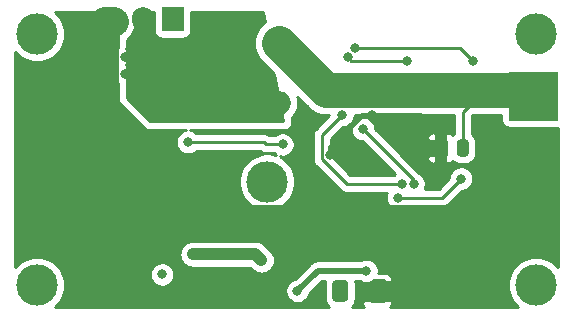
<source format=gbr>
%TF.GenerationSoftware,KiCad,Pcbnew,(5.1.9)-1*%
%TF.CreationDate,2021-04-21T23:55:58+08:00*%
%TF.ProjectId,xhp70-driver,78687037-302d-4647-9269-7665722e6b69,rev?*%
%TF.SameCoordinates,Original*%
%TF.FileFunction,Copper,L2,Bot*%
%TF.FilePolarity,Positive*%
%FSLAX46Y46*%
G04 Gerber Fmt 4.6, Leading zero omitted, Abs format (unit mm)*
G04 Created by KiCad (PCBNEW (5.1.9)-1) date 2021-04-21 23:55:58*
%MOMM*%
%LPD*%
G01*
G04 APERTURE LIST*
%TA.AperFunction,NonConductor*%
%ADD10C,0.100000*%
%TD*%
%TA.AperFunction,ComponentPad*%
%ADD11C,3.500000*%
%TD*%
%TA.AperFunction,ComponentPad*%
%ADD12O,1.905000X2.000000*%
%TD*%
%TA.AperFunction,ComponentPad*%
%ADD13R,1.905000X2.000000*%
%TD*%
%TA.AperFunction,ComponentPad*%
%ADD14O,2.000000X2.000000*%
%TD*%
%TA.AperFunction,ComponentPad*%
%ADD15R,2.000000X2.000000*%
%TD*%
%TA.AperFunction,ViaPad*%
%ADD16C,0.800000*%
%TD*%
%TA.AperFunction,Conductor*%
%ADD17C,3.000000*%
%TD*%
%TA.AperFunction,Conductor*%
%ADD18C,0.400000*%
%TD*%
%TA.AperFunction,Conductor*%
%ADD19C,2.500000*%
%TD*%
%TA.AperFunction,Conductor*%
%ADD20C,0.500000*%
%TD*%
%TA.AperFunction,Conductor*%
%ADD21C,2.000000*%
%TD*%
%TA.AperFunction,Conductor*%
%ADD22C,0.250000*%
%TD*%
%TA.AperFunction,Conductor*%
%ADD23C,1.000000*%
%TD*%
%TA.AperFunction,Conductor*%
%ADD24C,0.254000*%
%TD*%
%TA.AperFunction,Conductor*%
%ADD25C,0.100000*%
%TD*%
G04 APERTURE END LIST*
D10*
G36*
X158500000Y-60500000D02*
G01*
X154500000Y-60500000D01*
X154500000Y-56500000D01*
X158500000Y-56500000D01*
X158500000Y-60500000D01*
G37*
X158500000Y-60500000D02*
X154500000Y-60500000D01*
X154500000Y-56500000D01*
X158500000Y-56500000D01*
X158500000Y-60500000D01*
%TO.P,C7,2*%
%TO.N,GND*%
%TA.AperFunction,SMDPad,CuDef*%
G36*
G01*
X149150000Y-62425000D02*
X149150000Y-63375000D01*
G75*
G02*
X148900000Y-63625000I-250000J0D01*
G01*
X148400000Y-63625000D01*
G75*
G02*
X148150000Y-63375000I0J250000D01*
G01*
X148150000Y-62425000D01*
G75*
G02*
X148400000Y-62175000I250000J0D01*
G01*
X148900000Y-62175000D01*
G75*
G02*
X149150000Y-62425000I0J-250000D01*
G01*
G37*
%TD.AperFunction*%
%TO.P,C7,1*%
%TO.N,Batt+*%
%TA.AperFunction,SMDPad,CuDef*%
G36*
G01*
X151050000Y-62425000D02*
X151050000Y-63375000D01*
G75*
G02*
X150800000Y-63625000I-250000J0D01*
G01*
X150300000Y-63625000D01*
G75*
G02*
X150050000Y-63375000I0J250000D01*
G01*
X150050000Y-62425000D01*
G75*
G02*
X150300000Y-62175000I250000J0D01*
G01*
X150800000Y-62175000D01*
G75*
G02*
X151050000Y-62425000I0J-250000D01*
G01*
G37*
%TD.AperFunction*%
%TD*%
D11*
%TO.P,H3,1*%
%TO.N,N/C*%
X156750000Y-74500000D03*
%TD*%
D12*
%TO.P,Q1,3*%
%TO.N,GND*%
X120920000Y-52000000D03*
%TO.P,Q1,2*%
%TO.N,Net-(D1-Pad2)*%
X123460000Y-52000000D03*
D13*
%TO.P,Q1,1*%
%TO.N,Net-(Q1-Pad1)*%
X126000000Y-52000000D03*
%TD*%
D14*
%TO.P,D1,2*%
%TO.N,Net-(D1-Pad2)*%
X135000000Y-59080000D03*
D15*
%TO.P,D1,1*%
%TO.N,Batt+*%
X135000000Y-54000000D03*
%TD*%
%TO.P,C1,2*%
%TO.N,GND*%
%TA.AperFunction,SMDPad,CuDef*%
G36*
G01*
X142650000Y-75650003D02*
X142650000Y-74349997D01*
G75*
G02*
X142899997Y-74100000I249997J0D01*
G01*
X143725003Y-74100000D01*
G75*
G02*
X143975000Y-74349997I0J-249997D01*
G01*
X143975000Y-75650003D01*
G75*
G02*
X143725003Y-75900000I-249997J0D01*
G01*
X142899997Y-75900000D01*
G75*
G02*
X142650000Y-75650003I0J249997D01*
G01*
G37*
%TD.AperFunction*%
%TO.P,C1,1*%
%TO.N,Batt+*%
%TA.AperFunction,SMDPad,CuDef*%
G36*
G01*
X139525000Y-75650003D02*
X139525000Y-74349997D01*
G75*
G02*
X139774997Y-74100000I249997J0D01*
G01*
X140600003Y-74100000D01*
G75*
G02*
X140850000Y-74349997I0J-249997D01*
G01*
X140850000Y-75650003D01*
G75*
G02*
X140600003Y-75900000I-249997J0D01*
G01*
X139774997Y-75900000D01*
G75*
G02*
X139525000Y-75650003I0J249997D01*
G01*
G37*
%TD.AperFunction*%
%TD*%
D11*
%TO.P,H1,1*%
%TO.N,N/C*%
X114500000Y-53250000D03*
%TD*%
%TO.P,H5,1*%
%TO.N,N/C*%
X134000000Y-65750000D03*
%TD*%
%TO.P,H4,1*%
%TO.N,N/C*%
X156750000Y-53250000D03*
%TD*%
%TO.P,H2,1*%
%TO.N,N/C*%
X114500000Y-74500000D03*
%TD*%
D16*
%TO.N,Net-(D1-Pad2)*%
X122000000Y-55200000D03*
X122800000Y-55200000D03*
X123600000Y-55200000D03*
X124400000Y-55200000D03*
X125200000Y-55200000D03*
X126000000Y-55200000D03*
X126800000Y-55200000D03*
X126400000Y-54500000D03*
X125600000Y-54500000D03*
X124800000Y-54500000D03*
X124000000Y-54500000D03*
X123200000Y-54500000D03*
X122400000Y-54500000D03*
%TO.N,GND*%
X137000000Y-72700000D03*
X158000000Y-63500000D03*
X157000000Y-63500000D03*
X156000000Y-63500000D03*
X155000000Y-63500000D03*
X155000000Y-64500000D03*
X156000000Y-64500000D03*
X157000000Y-64500000D03*
X158000000Y-64500000D03*
X156000000Y-66500000D03*
X157000000Y-66500000D03*
X158000000Y-66500000D03*
X155000000Y-66500000D03*
X155000000Y-65500000D03*
X156000000Y-65500000D03*
X158000000Y-65500000D03*
X157000000Y-65500000D03*
X147750000Y-72425000D03*
X140900000Y-68000000D03*
X141700000Y-68000000D03*
X142500000Y-68000000D03*
X143300000Y-68000000D03*
X140900000Y-68800000D03*
X141700000Y-68800000D03*
X142500000Y-68800000D03*
X143300000Y-68800000D03*
X143300000Y-69600000D03*
X142500000Y-69600000D03*
X141700000Y-69600000D03*
X140900000Y-69600000D03*
X140900000Y-70400000D03*
X141700000Y-70400000D03*
X142500000Y-70400000D03*
X143300000Y-70400000D03*
X139350000Y-63500000D03*
X142838803Y-60100000D03*
X146375000Y-63500000D03*
X151000000Y-70500000D03*
X143312500Y-75000000D03*
X148650000Y-60600000D03*
%TO.N,Net-(C3-Pad2)*%
X125100000Y-73600000D03*
X142400000Y-73300000D03*
X136562500Y-75000000D03*
X136562500Y-75000000D03*
%TO.N,Net-(Q1-Pad1)*%
X127300000Y-62400000D03*
%TO.N,Net-(D1-Pad2)*%
X125200000Y-56600000D03*
X124400000Y-56600000D03*
X122800000Y-56600000D03*
X123600000Y-56600000D03*
X123200000Y-55900000D03*
X124000000Y-55900000D03*
X125600000Y-55900000D03*
X124800000Y-55900000D03*
X126400000Y-55900000D03*
X126800000Y-56600000D03*
X126000000Y-56600000D03*
X122400000Y-55900000D03*
X122000000Y-56600000D03*
%TO.N,Net-(Q1-Pad1)*%
X135300000Y-62600000D03*
%TO.N,Batt+*%
X158000000Y-59000000D03*
X158000000Y-60000000D03*
X157000000Y-60000000D03*
X157000000Y-59000000D03*
X156000000Y-59000000D03*
X156000000Y-60000000D03*
X155000000Y-60000000D03*
X155000000Y-59000000D03*
X155000000Y-58000000D03*
X156000000Y-58000000D03*
X157000000Y-58000000D03*
X158000000Y-58000000D03*
X158000000Y-57000000D03*
X157000000Y-57000000D03*
X156000000Y-57000000D03*
X155000000Y-57000000D03*
X144000000Y-58000000D03*
X140193750Y-74993750D03*
X147700000Y-58000000D03*
%TO.N,PWM*%
X142100000Y-61300000D03*
X146387347Y-65912653D03*
%TO.N,Net-(C3-Pad1)*%
X133500000Y-72400000D03*
X127700000Y-71900000D03*
%TO.N,+5V*%
X145800000Y-55500000D03*
X140800000Y-55200000D03*
X145068094Y-67100001D03*
X150425000Y-65500000D03*
%TO.N,NTC*%
X145388060Y-65950451D03*
X140365000Y-60100000D03*
%TO.N,EC_B*%
X141440186Y-54431777D03*
X151400000Y-55500000D03*
%TD*%
D17*
%TO.N,GND*%
X129662002Y-69200001D02*
X120147489Y-59685488D01*
X155000000Y-64500000D02*
X150299999Y-69200001D01*
D18*
X137000000Y-69700002D02*
X137500001Y-69200001D01*
X137000000Y-72700000D02*
X137000000Y-69700002D01*
D17*
X137500001Y-69200001D02*
X129662002Y-69200001D01*
D18*
X145175000Y-75000000D02*
X147750000Y-72425000D01*
X143312500Y-75000000D02*
X143312500Y-75000000D01*
X147750000Y-70550000D02*
X149099999Y-69200001D01*
X147750000Y-72425000D02*
X147750000Y-70550000D01*
D17*
X150299999Y-69200001D02*
X149099999Y-69200001D01*
X149099999Y-69200001D02*
X145300001Y-69200001D01*
X145300001Y-69200001D02*
X137500001Y-69200001D01*
D18*
X139350000Y-62775000D02*
X142025000Y-60100000D01*
X142025000Y-60100000D02*
X142838803Y-60100000D01*
X139350000Y-63500000D02*
X139350000Y-62775000D01*
X142838803Y-60100000D02*
X146950000Y-60100000D01*
X146950000Y-62925000D02*
X146375000Y-63500000D01*
X146950000Y-60100000D02*
X146950000Y-62925000D01*
X143312500Y-75000000D02*
X145175000Y-75000000D01*
X147450000Y-60600000D02*
X146950000Y-60100000D01*
X148650000Y-60600000D02*
X147450000Y-60600000D01*
X148650000Y-62900000D02*
X148650000Y-60600000D01*
D19*
X120147489Y-52352511D02*
X120274990Y-52225010D01*
X120147489Y-59685488D02*
X120147489Y-52352511D01*
X120274990Y-52225010D02*
X121000000Y-52225010D01*
D20*
%TO.N,Net-(C3-Pad2)*%
X138262500Y-73300000D02*
X136562500Y-75000000D01*
X142400000Y-73300000D02*
X138262500Y-73300000D01*
D21*
%TO.N,Net-(D1-Pad2)*%
X123450000Y-56810608D02*
X123450000Y-56810608D01*
X123450000Y-58360001D02*
X123450000Y-57250000D01*
X135000000Y-59080000D02*
X124067498Y-59080000D01*
X123993749Y-59006251D02*
X123347499Y-58360001D01*
X123450000Y-56810608D02*
X123450000Y-56931824D01*
D22*
%TO.N,Net-(Q1-Pad1)*%
X133921002Y-62600000D02*
X135300000Y-62600000D01*
X133721002Y-62400000D02*
X133921002Y-62600000D01*
X127300000Y-62400000D02*
X133721002Y-62400000D01*
D17*
%TO.N,Batt+*%
X139000000Y-58000000D02*
X135000000Y-54000000D01*
X144000000Y-58000000D02*
X139000000Y-58000000D01*
D22*
X150550000Y-59850000D02*
X152400000Y-58000000D01*
D17*
X155000000Y-58000000D02*
X152400000Y-58000000D01*
D22*
X150550000Y-62900000D02*
X150550000Y-60250000D01*
X150550000Y-60250000D02*
X150550000Y-59850000D01*
X150550000Y-60600000D02*
X150550000Y-60250000D01*
D17*
X147700000Y-58000000D02*
X144000000Y-58000000D01*
X152400000Y-58000000D02*
X147700000Y-58000000D01*
D22*
%TO.N,PWM*%
X146387347Y-65587347D02*
X146387347Y-65912653D01*
X142100000Y-61300000D02*
X146387347Y-65587347D01*
D23*
%TO.N,Net-(C3-Pad1)*%
X133000000Y-71900000D02*
X127700000Y-71900000D01*
X133500000Y-72400000D02*
X133000000Y-71900000D01*
D22*
%TO.N,+5V*%
X141100000Y-55500000D02*
X140800000Y-55200000D01*
X145800000Y-55500000D02*
X141100000Y-55500000D01*
X148824999Y-67100001D02*
X150425000Y-65500000D01*
X145068094Y-67100001D02*
X148824999Y-67100001D01*
%TO.N,NTC*%
X138624999Y-63848001D02*
X138624999Y-61840001D01*
X140727449Y-65950451D02*
X138624999Y-63848001D01*
X138624999Y-61840001D02*
X140365000Y-60100000D01*
X145388060Y-65950451D02*
X140727449Y-65950451D01*
%TO.N,EC_B*%
X141440186Y-54431777D02*
X150331777Y-54431777D01*
X150331777Y-54431777D02*
X151400000Y-55500000D01*
%TD*%
D24*
%TO.N,Net-(D1-Pad2)*%
X124409428Y-53000000D02*
X124421688Y-53124482D01*
X124457998Y-53244180D01*
X124516963Y-53354494D01*
X124596315Y-53451185D01*
X124693006Y-53530537D01*
X124803320Y-53589502D01*
X124923018Y-53625812D01*
X125047500Y-53638072D01*
X126952500Y-53638072D01*
X127076982Y-53625812D01*
X127196680Y-53589502D01*
X127306994Y-53530537D01*
X127403685Y-53451185D01*
X127483037Y-53354494D01*
X127542002Y-53244180D01*
X127578312Y-53124482D01*
X127590572Y-53000000D01*
X127590572Y-51410000D01*
X133633146Y-51410000D01*
X133786449Y-52234008D01*
X133483023Y-52483023D01*
X133216224Y-52808119D01*
X133017975Y-53179018D01*
X132895893Y-53581467D01*
X132854671Y-54000000D01*
X132895893Y-54418533D01*
X133017975Y-54820982D01*
X133216224Y-55191881D01*
X133416165Y-55435510D01*
X134602858Y-56622203D01*
X135347192Y-60623000D01*
X124104346Y-60623000D01*
X122127000Y-58645654D01*
X122127000Y-53738622D01*
X122339345Y-53564355D01*
X122574903Y-53277327D01*
X122749939Y-52949858D01*
X122857725Y-52594534D01*
X122894120Y-52225010D01*
X122857725Y-51855486D01*
X122749939Y-51500162D01*
X122701746Y-51410000D01*
X124409428Y-51410000D01*
X124409428Y-53000000D01*
%TA.AperFunction,Conductor*%
D25*
G36*
X124409428Y-53000000D02*
G01*
X124421688Y-53124482D01*
X124457998Y-53244180D01*
X124516963Y-53354494D01*
X124596315Y-53451185D01*
X124693006Y-53530537D01*
X124803320Y-53589502D01*
X124923018Y-53625812D01*
X125047500Y-53638072D01*
X126952500Y-53638072D01*
X127076982Y-53625812D01*
X127196680Y-53589502D01*
X127306994Y-53530537D01*
X127403685Y-53451185D01*
X127483037Y-53354494D01*
X127542002Y-53244180D01*
X127578312Y-53124482D01*
X127590572Y-53000000D01*
X127590572Y-51410000D01*
X133633146Y-51410000D01*
X133786449Y-52234008D01*
X133483023Y-52483023D01*
X133216224Y-52808119D01*
X133017975Y-53179018D01*
X132895893Y-53581467D01*
X132854671Y-54000000D01*
X132895893Y-54418533D01*
X133017975Y-54820982D01*
X133216224Y-55191881D01*
X133416165Y-55435510D01*
X134602858Y-56622203D01*
X135347192Y-60623000D01*
X124104346Y-60623000D01*
X122127000Y-58645654D01*
X122127000Y-53738622D01*
X122339345Y-53564355D01*
X122574903Y-53277327D01*
X122749939Y-52949858D01*
X122857725Y-52594534D01*
X122894120Y-52225010D01*
X122857725Y-51855486D01*
X122749939Y-51500162D01*
X122701746Y-51410000D01*
X124409428Y-51410000D01*
X124409428Y-53000000D01*
G37*
%TD.AperFunction*%
%TD*%
D24*
%TO.N,GND*%
X121365000Y-54379510D02*
X121340226Y-54396063D01*
X121196063Y-54540226D01*
X121082795Y-54709744D01*
X121004774Y-54898102D01*
X120965000Y-55098061D01*
X120965000Y-55301939D01*
X121004774Y-55501898D01*
X121082795Y-55690256D01*
X121196063Y-55859774D01*
X121236289Y-55900000D01*
X121196063Y-55940226D01*
X121082795Y-56109744D01*
X121004774Y-56298102D01*
X120965000Y-56498061D01*
X120965000Y-56701939D01*
X121004774Y-56901898D01*
X121082795Y-57090256D01*
X121196063Y-57259774D01*
X121340226Y-57403937D01*
X121365000Y-57420490D01*
X121365000Y-60750000D01*
X121377201Y-60873882D01*
X121413336Y-60993004D01*
X121472017Y-61102787D01*
X121550987Y-61199013D01*
X121647213Y-61277983D01*
X121756996Y-61336664D01*
X121876118Y-61372799D01*
X122000000Y-61385000D01*
X127097513Y-61385000D01*
X126998102Y-61404774D01*
X126809744Y-61482795D01*
X126640226Y-61596063D01*
X126496063Y-61740226D01*
X126382795Y-61909744D01*
X126304774Y-62098102D01*
X126265000Y-62298061D01*
X126265000Y-62501939D01*
X126304774Y-62701898D01*
X126382795Y-62890256D01*
X126496063Y-63059774D01*
X126640226Y-63203937D01*
X126809744Y-63317205D01*
X126998102Y-63395226D01*
X127198061Y-63435000D01*
X127401939Y-63435000D01*
X127601898Y-63395226D01*
X127790256Y-63317205D01*
X127959774Y-63203937D01*
X128003711Y-63160000D01*
X133405370Y-63160000D01*
X133496726Y-63234974D01*
X133628755Y-63305546D01*
X133772016Y-63349003D01*
X133883669Y-63360000D01*
X133883677Y-63360000D01*
X133921002Y-63363676D01*
X133958327Y-63360000D01*
X134596289Y-63360000D01*
X134640226Y-63403937D01*
X134757359Y-63482203D01*
X134695679Y-63456654D01*
X134234902Y-63365000D01*
X133765098Y-63365000D01*
X133304321Y-63456654D01*
X132870279Y-63636440D01*
X132479651Y-63897450D01*
X132147450Y-64229651D01*
X131886440Y-64620279D01*
X131706654Y-65054321D01*
X131615000Y-65515098D01*
X131615000Y-65984902D01*
X131706654Y-66445679D01*
X131886440Y-66879721D01*
X132147450Y-67270349D01*
X132479651Y-67602550D01*
X132870279Y-67863560D01*
X133304321Y-68043346D01*
X133765098Y-68135000D01*
X134234902Y-68135000D01*
X134695679Y-68043346D01*
X135129721Y-67863560D01*
X135520349Y-67602550D01*
X135852550Y-67270349D01*
X136113560Y-66879721D01*
X136293346Y-66445679D01*
X136385000Y-65984902D01*
X136385000Y-65515098D01*
X136293346Y-65054321D01*
X136113560Y-64620279D01*
X135852550Y-64229651D01*
X135520349Y-63897450D01*
X135129721Y-63636440D01*
X135059896Y-63607517D01*
X135198061Y-63635000D01*
X135401939Y-63635000D01*
X135601898Y-63595226D01*
X135790256Y-63517205D01*
X135959774Y-63403937D01*
X136103937Y-63259774D01*
X136217205Y-63090256D01*
X136295226Y-62901898D01*
X136335000Y-62701939D01*
X136335000Y-62498061D01*
X136295226Y-62298102D01*
X136217205Y-62109744D01*
X136103937Y-61940226D01*
X135959774Y-61796063D01*
X135790256Y-61682795D01*
X135601898Y-61604774D01*
X135401939Y-61565000D01*
X135198061Y-61565000D01*
X134998102Y-61604774D01*
X134809744Y-61682795D01*
X134640226Y-61796063D01*
X134596289Y-61840000D01*
X134236634Y-61840000D01*
X134145278Y-61765026D01*
X134013249Y-61694454D01*
X133869988Y-61650997D01*
X133758335Y-61640000D01*
X133758324Y-61640000D01*
X133721002Y-61636324D01*
X133683680Y-61640000D01*
X128003711Y-61640000D01*
X127959774Y-61596063D01*
X127790256Y-61482795D01*
X127601898Y-61404774D01*
X127502487Y-61385000D01*
X135500000Y-61385000D01*
X135616147Y-61374288D01*
X135735707Y-61339633D01*
X135846210Y-61282319D01*
X135943408Y-61204549D01*
X136023566Y-61109310D01*
X136083604Y-61000263D01*
X136121214Y-60881599D01*
X136134951Y-60757878D01*
X136124288Y-60633853D01*
X136066892Y-60325347D01*
X136099319Y-60292920D01*
X136161714Y-60241714D01*
X136212920Y-60179319D01*
X136269987Y-60122252D01*
X136314826Y-60055146D01*
X136366031Y-59992752D01*
X136404079Y-59921569D01*
X136448918Y-59854463D01*
X136479804Y-59779898D01*
X136517852Y-59708715D01*
X136541281Y-59631479D01*
X136572168Y-59556912D01*
X136587914Y-59477751D01*
X136611343Y-59400516D01*
X136619254Y-59320193D01*
X136635000Y-59241033D01*
X136635000Y-59160322D01*
X136642911Y-59080000D01*
X136635000Y-58999678D01*
X136635000Y-58918967D01*
X136619254Y-58839807D01*
X136611343Y-58759484D01*
X136587914Y-58682249D01*
X136572168Y-58603088D01*
X136563984Y-58583329D01*
X137416167Y-59435513D01*
X137483023Y-59516977D01*
X137564487Y-59583833D01*
X137564489Y-59583835D01*
X137657021Y-59659774D01*
X137808119Y-59783777D01*
X138179018Y-59982026D01*
X138581467Y-60104108D01*
X138895118Y-60135000D01*
X138895127Y-60135000D01*
X138999999Y-60145329D01*
X139104871Y-60135000D01*
X139255198Y-60135000D01*
X138113997Y-61276202D01*
X138084999Y-61300000D01*
X138061201Y-61328998D01*
X138061200Y-61328999D01*
X137990025Y-61415725D01*
X137919453Y-61547755D01*
X137904800Y-61596063D01*
X137875997Y-61691015D01*
X137865651Y-61796063D01*
X137861323Y-61840001D01*
X137865000Y-61877333D01*
X137864999Y-63810678D01*
X137861323Y-63848001D01*
X137864999Y-63885323D01*
X137864999Y-63885333D01*
X137875996Y-63996986D01*
X137897921Y-64069263D01*
X137919453Y-64140247D01*
X137990025Y-64272277D01*
X138029870Y-64320827D01*
X138084998Y-64388002D01*
X138114002Y-64411805D01*
X140163650Y-66461454D01*
X140187448Y-66490452D01*
X140303173Y-66585425D01*
X140435202Y-66655997D01*
X140578463Y-66699454D01*
X140690116Y-66710451D01*
X140690125Y-66710451D01*
X140727448Y-66714127D01*
X140764771Y-66710451D01*
X144109175Y-66710451D01*
X144072868Y-66798103D01*
X144033094Y-66998062D01*
X144033094Y-67201940D01*
X144072868Y-67401899D01*
X144150889Y-67590257D01*
X144264157Y-67759775D01*
X144408320Y-67903938D01*
X144577838Y-68017206D01*
X144766196Y-68095227D01*
X144966155Y-68135001D01*
X145170033Y-68135001D01*
X145369992Y-68095227D01*
X145558350Y-68017206D01*
X145727868Y-67903938D01*
X145771805Y-67860001D01*
X148787677Y-67860001D01*
X148824999Y-67863677D01*
X148862321Y-67860001D01*
X148862332Y-67860001D01*
X148973985Y-67849004D01*
X149117246Y-67805547D01*
X149249275Y-67734975D01*
X149365000Y-67640002D01*
X149388803Y-67610998D01*
X150464802Y-66535000D01*
X150526939Y-66535000D01*
X150726898Y-66495226D01*
X150915256Y-66417205D01*
X151084774Y-66303937D01*
X151228937Y-66159774D01*
X151342205Y-65990256D01*
X151420226Y-65801898D01*
X151460000Y-65601939D01*
X151460000Y-65398061D01*
X151420226Y-65198102D01*
X151342205Y-65009744D01*
X151228937Y-64840226D01*
X151084774Y-64696063D01*
X150915256Y-64582795D01*
X150726898Y-64504774D01*
X150526939Y-64465000D01*
X150323061Y-64465000D01*
X150123102Y-64504774D01*
X149934744Y-64582795D01*
X149765226Y-64696063D01*
X149621063Y-64840226D01*
X149507795Y-65009744D01*
X149429774Y-65198102D01*
X149390000Y-65398061D01*
X149390000Y-65460198D01*
X148510198Y-66340001D01*
X147330610Y-66340001D01*
X147382573Y-66214551D01*
X147422347Y-66014592D01*
X147422347Y-65810714D01*
X147382573Y-65610755D01*
X147304552Y-65422397D01*
X147191284Y-65252879D01*
X147047121Y-65108716D01*
X146877603Y-64995448D01*
X146865051Y-64990249D01*
X145531552Y-63656750D01*
X147515000Y-63656750D01*
X147522366Y-63739939D01*
X147556849Y-63860175D01*
X147614126Y-63971375D01*
X147691997Y-64069263D01*
X147787469Y-64150078D01*
X147896873Y-64210715D01*
X148016004Y-64248844D01*
X148118250Y-64260000D01*
X148277000Y-64101250D01*
X148277000Y-63498000D01*
X147673750Y-63498000D01*
X147515000Y-63656750D01*
X145531552Y-63656750D01*
X144018052Y-62143250D01*
X147515000Y-62143250D01*
X147673750Y-62302000D01*
X148277000Y-62302000D01*
X148277000Y-61698750D01*
X148118250Y-61540000D01*
X148016004Y-61551156D01*
X147896873Y-61589285D01*
X147787469Y-61649922D01*
X147691997Y-61730737D01*
X147614126Y-61828625D01*
X147556849Y-61939825D01*
X147522366Y-62060061D01*
X147515000Y-62143250D01*
X144018052Y-62143250D01*
X143135000Y-61260199D01*
X143135000Y-61198061D01*
X143095226Y-60998102D01*
X143017205Y-60809744D01*
X142903937Y-60640226D01*
X142759774Y-60496063D01*
X142590256Y-60382795D01*
X142401898Y-60304774D01*
X142201939Y-60265000D01*
X141998061Y-60265000D01*
X141798102Y-60304774D01*
X141609744Y-60382795D01*
X141440226Y-60496063D01*
X141296063Y-60640226D01*
X141182795Y-60809744D01*
X141104774Y-60998102D01*
X141065000Y-61198061D01*
X141065000Y-61401939D01*
X141104774Y-61601898D01*
X141182795Y-61790256D01*
X141296063Y-61959774D01*
X141440226Y-62103937D01*
X141609744Y-62217205D01*
X141798102Y-62295226D01*
X141998061Y-62335000D01*
X142060199Y-62335000D01*
X144814264Y-65089066D01*
X144728286Y-65146514D01*
X144684349Y-65190451D01*
X141042251Y-65190451D01*
X139384999Y-63533200D01*
X139384999Y-62154802D01*
X140404802Y-61135000D01*
X140466939Y-61135000D01*
X140666898Y-61095226D01*
X140855256Y-61017205D01*
X141024774Y-60903937D01*
X141168937Y-60759774D01*
X141282205Y-60590256D01*
X141360226Y-60401898D01*
X141400000Y-60201939D01*
X141400000Y-60135000D01*
X149790000Y-60135000D01*
X149790000Y-60637332D01*
X149790001Y-60637341D01*
X149790000Y-61700229D01*
X149672038Y-61797038D01*
X149666304Y-61804025D01*
X149608003Y-61730737D01*
X149512531Y-61649922D01*
X149403127Y-61589285D01*
X149283996Y-61551156D01*
X149181750Y-61540000D01*
X149023000Y-61698750D01*
X149023000Y-62302000D01*
X149150000Y-62302000D01*
X149150000Y-63498000D01*
X149023000Y-63498000D01*
X149023000Y-64101250D01*
X149181750Y-64260000D01*
X149283996Y-64248844D01*
X149403127Y-64210715D01*
X149512531Y-64150078D01*
X149608003Y-64069263D01*
X149666304Y-63995975D01*
X149672038Y-64002962D01*
X149806614Y-64113405D01*
X149960150Y-64195472D01*
X150126746Y-64246008D01*
X150300000Y-64263072D01*
X150800000Y-64263072D01*
X150973254Y-64246008D01*
X151139850Y-64195472D01*
X151293386Y-64113405D01*
X151427962Y-64002962D01*
X151538405Y-63868386D01*
X151620472Y-63714850D01*
X151671008Y-63548254D01*
X151688072Y-63375000D01*
X151688072Y-62425000D01*
X151671008Y-62251746D01*
X151620472Y-62085150D01*
X151538405Y-61931614D01*
X151427962Y-61797038D01*
X151310000Y-61700230D01*
X151310000Y-60164801D01*
X151339801Y-60135000D01*
X153815000Y-60135000D01*
X153815000Y-60500000D01*
X153821290Y-60564145D01*
X153827133Y-60628356D01*
X153827812Y-60630662D01*
X153828046Y-60633051D01*
X153846666Y-60694723D01*
X153864879Y-60756606D01*
X153865992Y-60758736D01*
X153866686Y-60761033D01*
X153896916Y-60817886D01*
X153926816Y-60875081D01*
X153928323Y-60876955D01*
X153929449Y-60879073D01*
X153970157Y-60928986D01*
X154010586Y-60979269D01*
X154012427Y-60980813D01*
X154013944Y-60982674D01*
X154063616Y-61023766D01*
X154112998Y-61065203D01*
X154115102Y-61066360D01*
X154116953Y-61067891D01*
X154173639Y-61098541D01*
X154230150Y-61129608D01*
X154232442Y-61130335D01*
X154234552Y-61131476D01*
X154296084Y-61150524D01*
X154357580Y-61170031D01*
X154359968Y-61170299D01*
X154362262Y-61171009D01*
X154426366Y-61177746D01*
X154490436Y-61184933D01*
X154495050Y-61184965D01*
X154495218Y-61184983D01*
X154495386Y-61184968D01*
X154500000Y-61185000D01*
X158500000Y-61185000D01*
X158564145Y-61178710D01*
X158594651Y-61175934D01*
X158601576Y-72978677D01*
X158270349Y-72647450D01*
X157879721Y-72386440D01*
X157445679Y-72206654D01*
X156984902Y-72115000D01*
X156515098Y-72115000D01*
X156054321Y-72206654D01*
X155620279Y-72386440D01*
X155229651Y-72647450D01*
X154897450Y-72979651D01*
X154636440Y-73370279D01*
X154456654Y-73804321D01*
X154365000Y-74265098D01*
X154365000Y-74734902D01*
X154456654Y-75195679D01*
X154636440Y-75629721D01*
X154897450Y-76020349D01*
X155217100Y-76339999D01*
X144436236Y-76340000D01*
X144510114Y-76247547D01*
X144567635Y-76136473D01*
X144602381Y-76016312D01*
X144610000Y-75931750D01*
X144451250Y-75773000D01*
X143848000Y-75773000D01*
X143848000Y-75893000D01*
X142777000Y-75893000D01*
X142777000Y-75773000D01*
X142173750Y-75773000D01*
X142015000Y-75931750D01*
X142022619Y-76016312D01*
X142057365Y-76136473D01*
X142114886Y-76247547D01*
X142188764Y-76340000D01*
X141152370Y-76340000D01*
X141227963Y-76277963D01*
X141338405Y-76143388D01*
X141420472Y-75989852D01*
X141471008Y-75823257D01*
X141488072Y-75650003D01*
X141488072Y-74349997D01*
X141471821Y-74185000D01*
X141861546Y-74185000D01*
X141909744Y-74217205D01*
X142098102Y-74295226D01*
X142298061Y-74335000D01*
X142501939Y-74335000D01*
X142701898Y-74295226D01*
X142890256Y-74217205D01*
X143055190Y-74107000D01*
X143848000Y-74107000D01*
X143848000Y-74227000D01*
X144451250Y-74227000D01*
X144610000Y-74068250D01*
X144602381Y-73983688D01*
X144567635Y-73863527D01*
X144510114Y-73752453D01*
X144432029Y-73654736D01*
X144336381Y-73574129D01*
X144226845Y-73513732D01*
X144185502Y-73500600D01*
X144185502Y-73465000D01*
X143422456Y-73465000D01*
X143435000Y-73401939D01*
X143435000Y-73198061D01*
X143395226Y-72998102D01*
X143317205Y-72809744D01*
X143203937Y-72640226D01*
X143059774Y-72496063D01*
X142890256Y-72382795D01*
X142701898Y-72304774D01*
X142501939Y-72265000D01*
X142298061Y-72265000D01*
X142098102Y-72304774D01*
X141909744Y-72382795D01*
X141861546Y-72415000D01*
X138305966Y-72415000D01*
X138262499Y-72410719D01*
X138219033Y-72415000D01*
X138219023Y-72415000D01*
X138089010Y-72427805D01*
X137922187Y-72478411D01*
X137768441Y-72560589D01*
X137768439Y-72560590D01*
X137768440Y-72560590D01*
X137667453Y-72643468D01*
X137667451Y-72643470D01*
X137633683Y-72671183D01*
X137605970Y-72704951D01*
X136317457Y-73993465D01*
X136260602Y-74004774D01*
X136072244Y-74082795D01*
X135902726Y-74196063D01*
X135758563Y-74340226D01*
X135645295Y-74509744D01*
X135567274Y-74698102D01*
X135527500Y-74898061D01*
X135527500Y-75101939D01*
X135567274Y-75301898D01*
X135645295Y-75490256D01*
X135758563Y-75659774D01*
X135902726Y-75803937D01*
X136072244Y-75917205D01*
X136260602Y-75995226D01*
X136460561Y-76035000D01*
X136664439Y-76035000D01*
X136864398Y-75995226D01*
X137052756Y-75917205D01*
X137222274Y-75803937D01*
X137366437Y-75659774D01*
X137479705Y-75490256D01*
X137557726Y-75301898D01*
X137569035Y-75245043D01*
X138629079Y-74185000D01*
X138903179Y-74185000D01*
X138886928Y-74349997D01*
X138886928Y-75650003D01*
X138903992Y-75823257D01*
X138954528Y-75989852D01*
X139036595Y-76143388D01*
X139147037Y-76277963D01*
X139222630Y-76340000D01*
X116032898Y-76340001D01*
X116352550Y-76020349D01*
X116613560Y-75629721D01*
X116793346Y-75195679D01*
X116885000Y-74734902D01*
X116885000Y-74265098D01*
X116793346Y-73804321D01*
X116666490Y-73498061D01*
X124065000Y-73498061D01*
X124065000Y-73701939D01*
X124104774Y-73901898D01*
X124182795Y-74090256D01*
X124296063Y-74259774D01*
X124440226Y-74403937D01*
X124609744Y-74517205D01*
X124798102Y-74595226D01*
X124998061Y-74635000D01*
X125201939Y-74635000D01*
X125401898Y-74595226D01*
X125590256Y-74517205D01*
X125759774Y-74403937D01*
X125903937Y-74259774D01*
X126017205Y-74090256D01*
X126095226Y-73901898D01*
X126135000Y-73701939D01*
X126135000Y-73498061D01*
X126095226Y-73298102D01*
X126017205Y-73109744D01*
X125903937Y-72940226D01*
X125759774Y-72796063D01*
X125590256Y-72682795D01*
X125401898Y-72604774D01*
X125201939Y-72565000D01*
X124998061Y-72565000D01*
X124798102Y-72604774D01*
X124609744Y-72682795D01*
X124440226Y-72796063D01*
X124296063Y-72940226D01*
X124182795Y-73109744D01*
X124104774Y-73298102D01*
X124065000Y-73498061D01*
X116666490Y-73498061D01*
X116613560Y-73370279D01*
X116352550Y-72979651D01*
X116020349Y-72647450D01*
X115629721Y-72386440D01*
X115195679Y-72206654D01*
X114734902Y-72115000D01*
X114265098Y-72115000D01*
X113804321Y-72206654D01*
X113370279Y-72386440D01*
X112979651Y-72647450D01*
X112660000Y-72967101D01*
X112660000Y-71900000D01*
X126559509Y-71900000D01*
X126581423Y-72122499D01*
X126646324Y-72336447D01*
X126751716Y-72533623D01*
X126893551Y-72706449D01*
X127066377Y-72848284D01*
X127263553Y-72953676D01*
X127477501Y-73018577D01*
X127644248Y-73035000D01*
X132529869Y-73035000D01*
X132736857Y-73241988D01*
X132866378Y-73348284D01*
X133063553Y-73453676D01*
X133277501Y-73518577D01*
X133500000Y-73540491D01*
X133722499Y-73518577D01*
X133936446Y-73453676D01*
X134133622Y-73348284D01*
X134306449Y-73206449D01*
X134448284Y-73033622D01*
X134553676Y-72836446D01*
X134618577Y-72622499D01*
X134640491Y-72400000D01*
X134618577Y-72177501D01*
X134553676Y-71963553D01*
X134448284Y-71766378D01*
X134341988Y-71636857D01*
X133841996Y-71136865D01*
X133806449Y-71093551D01*
X133633623Y-70951716D01*
X133436447Y-70846324D01*
X133222499Y-70781423D01*
X133055752Y-70765000D01*
X133055751Y-70765000D01*
X133000000Y-70759509D01*
X132944249Y-70765000D01*
X127644248Y-70765000D01*
X127477501Y-70781423D01*
X127263553Y-70846324D01*
X127066377Y-70951716D01*
X126893551Y-71093551D01*
X126751716Y-71266377D01*
X126646324Y-71463553D01*
X126581423Y-71677501D01*
X126559509Y-71900000D01*
X112660000Y-71900000D01*
X112660000Y-54782899D01*
X112979651Y-55102550D01*
X113370279Y-55363560D01*
X113804321Y-55543346D01*
X114265098Y-55635000D01*
X114734902Y-55635000D01*
X115195679Y-55543346D01*
X115629721Y-55363560D01*
X116020349Y-55102550D01*
X116352550Y-54770349D01*
X116613560Y-54379721D01*
X116793346Y-53945679D01*
X116885000Y-53484902D01*
X116885000Y-53072692D01*
X119724166Y-53072692D01*
X119892540Y-53257658D01*
X120094500Y-53213637D01*
X120094500Y-52873000D01*
X119737263Y-52873000D01*
X119724166Y-53072692D01*
X116885000Y-53072692D01*
X116885000Y-53015098D01*
X116793346Y-52554321D01*
X116613560Y-52120279D01*
X116352550Y-51729651D01*
X116032899Y-51410000D01*
X121365000Y-51410000D01*
X121365000Y-54379510D01*
%TA.AperFunction,Conductor*%
D25*
G36*
X121365000Y-54379510D02*
G01*
X121340226Y-54396063D01*
X121196063Y-54540226D01*
X121082795Y-54709744D01*
X121004774Y-54898102D01*
X120965000Y-55098061D01*
X120965000Y-55301939D01*
X121004774Y-55501898D01*
X121082795Y-55690256D01*
X121196063Y-55859774D01*
X121236289Y-55900000D01*
X121196063Y-55940226D01*
X121082795Y-56109744D01*
X121004774Y-56298102D01*
X120965000Y-56498061D01*
X120965000Y-56701939D01*
X121004774Y-56901898D01*
X121082795Y-57090256D01*
X121196063Y-57259774D01*
X121340226Y-57403937D01*
X121365000Y-57420490D01*
X121365000Y-60750000D01*
X121377201Y-60873882D01*
X121413336Y-60993004D01*
X121472017Y-61102787D01*
X121550987Y-61199013D01*
X121647213Y-61277983D01*
X121756996Y-61336664D01*
X121876118Y-61372799D01*
X122000000Y-61385000D01*
X127097513Y-61385000D01*
X126998102Y-61404774D01*
X126809744Y-61482795D01*
X126640226Y-61596063D01*
X126496063Y-61740226D01*
X126382795Y-61909744D01*
X126304774Y-62098102D01*
X126265000Y-62298061D01*
X126265000Y-62501939D01*
X126304774Y-62701898D01*
X126382795Y-62890256D01*
X126496063Y-63059774D01*
X126640226Y-63203937D01*
X126809744Y-63317205D01*
X126998102Y-63395226D01*
X127198061Y-63435000D01*
X127401939Y-63435000D01*
X127601898Y-63395226D01*
X127790256Y-63317205D01*
X127959774Y-63203937D01*
X128003711Y-63160000D01*
X133405370Y-63160000D01*
X133496726Y-63234974D01*
X133628755Y-63305546D01*
X133772016Y-63349003D01*
X133883669Y-63360000D01*
X133883677Y-63360000D01*
X133921002Y-63363676D01*
X133958327Y-63360000D01*
X134596289Y-63360000D01*
X134640226Y-63403937D01*
X134757359Y-63482203D01*
X134695679Y-63456654D01*
X134234902Y-63365000D01*
X133765098Y-63365000D01*
X133304321Y-63456654D01*
X132870279Y-63636440D01*
X132479651Y-63897450D01*
X132147450Y-64229651D01*
X131886440Y-64620279D01*
X131706654Y-65054321D01*
X131615000Y-65515098D01*
X131615000Y-65984902D01*
X131706654Y-66445679D01*
X131886440Y-66879721D01*
X132147450Y-67270349D01*
X132479651Y-67602550D01*
X132870279Y-67863560D01*
X133304321Y-68043346D01*
X133765098Y-68135000D01*
X134234902Y-68135000D01*
X134695679Y-68043346D01*
X135129721Y-67863560D01*
X135520349Y-67602550D01*
X135852550Y-67270349D01*
X136113560Y-66879721D01*
X136293346Y-66445679D01*
X136385000Y-65984902D01*
X136385000Y-65515098D01*
X136293346Y-65054321D01*
X136113560Y-64620279D01*
X135852550Y-64229651D01*
X135520349Y-63897450D01*
X135129721Y-63636440D01*
X135059896Y-63607517D01*
X135198061Y-63635000D01*
X135401939Y-63635000D01*
X135601898Y-63595226D01*
X135790256Y-63517205D01*
X135959774Y-63403937D01*
X136103937Y-63259774D01*
X136217205Y-63090256D01*
X136295226Y-62901898D01*
X136335000Y-62701939D01*
X136335000Y-62498061D01*
X136295226Y-62298102D01*
X136217205Y-62109744D01*
X136103937Y-61940226D01*
X135959774Y-61796063D01*
X135790256Y-61682795D01*
X135601898Y-61604774D01*
X135401939Y-61565000D01*
X135198061Y-61565000D01*
X134998102Y-61604774D01*
X134809744Y-61682795D01*
X134640226Y-61796063D01*
X134596289Y-61840000D01*
X134236634Y-61840000D01*
X134145278Y-61765026D01*
X134013249Y-61694454D01*
X133869988Y-61650997D01*
X133758335Y-61640000D01*
X133758324Y-61640000D01*
X133721002Y-61636324D01*
X133683680Y-61640000D01*
X128003711Y-61640000D01*
X127959774Y-61596063D01*
X127790256Y-61482795D01*
X127601898Y-61404774D01*
X127502487Y-61385000D01*
X135500000Y-61385000D01*
X135616147Y-61374288D01*
X135735707Y-61339633D01*
X135846210Y-61282319D01*
X135943408Y-61204549D01*
X136023566Y-61109310D01*
X136083604Y-61000263D01*
X136121214Y-60881599D01*
X136134951Y-60757878D01*
X136124288Y-60633853D01*
X136066892Y-60325347D01*
X136099319Y-60292920D01*
X136161714Y-60241714D01*
X136212920Y-60179319D01*
X136269987Y-60122252D01*
X136314826Y-60055146D01*
X136366031Y-59992752D01*
X136404079Y-59921569D01*
X136448918Y-59854463D01*
X136479804Y-59779898D01*
X136517852Y-59708715D01*
X136541281Y-59631479D01*
X136572168Y-59556912D01*
X136587914Y-59477751D01*
X136611343Y-59400516D01*
X136619254Y-59320193D01*
X136635000Y-59241033D01*
X136635000Y-59160322D01*
X136642911Y-59080000D01*
X136635000Y-58999678D01*
X136635000Y-58918967D01*
X136619254Y-58839807D01*
X136611343Y-58759484D01*
X136587914Y-58682249D01*
X136572168Y-58603088D01*
X136563984Y-58583329D01*
X137416167Y-59435513D01*
X137483023Y-59516977D01*
X137564487Y-59583833D01*
X137564489Y-59583835D01*
X137657021Y-59659774D01*
X137808119Y-59783777D01*
X138179018Y-59982026D01*
X138581467Y-60104108D01*
X138895118Y-60135000D01*
X138895127Y-60135000D01*
X138999999Y-60145329D01*
X139104871Y-60135000D01*
X139255198Y-60135000D01*
X138113997Y-61276202D01*
X138084999Y-61300000D01*
X138061201Y-61328998D01*
X138061200Y-61328999D01*
X137990025Y-61415725D01*
X137919453Y-61547755D01*
X137904800Y-61596063D01*
X137875997Y-61691015D01*
X137865651Y-61796063D01*
X137861323Y-61840001D01*
X137865000Y-61877333D01*
X137864999Y-63810678D01*
X137861323Y-63848001D01*
X137864999Y-63885323D01*
X137864999Y-63885333D01*
X137875996Y-63996986D01*
X137897921Y-64069263D01*
X137919453Y-64140247D01*
X137990025Y-64272277D01*
X138029870Y-64320827D01*
X138084998Y-64388002D01*
X138114002Y-64411805D01*
X140163650Y-66461454D01*
X140187448Y-66490452D01*
X140303173Y-66585425D01*
X140435202Y-66655997D01*
X140578463Y-66699454D01*
X140690116Y-66710451D01*
X140690125Y-66710451D01*
X140727448Y-66714127D01*
X140764771Y-66710451D01*
X144109175Y-66710451D01*
X144072868Y-66798103D01*
X144033094Y-66998062D01*
X144033094Y-67201940D01*
X144072868Y-67401899D01*
X144150889Y-67590257D01*
X144264157Y-67759775D01*
X144408320Y-67903938D01*
X144577838Y-68017206D01*
X144766196Y-68095227D01*
X144966155Y-68135001D01*
X145170033Y-68135001D01*
X145369992Y-68095227D01*
X145558350Y-68017206D01*
X145727868Y-67903938D01*
X145771805Y-67860001D01*
X148787677Y-67860001D01*
X148824999Y-67863677D01*
X148862321Y-67860001D01*
X148862332Y-67860001D01*
X148973985Y-67849004D01*
X149117246Y-67805547D01*
X149249275Y-67734975D01*
X149365000Y-67640002D01*
X149388803Y-67610998D01*
X150464802Y-66535000D01*
X150526939Y-66535000D01*
X150726898Y-66495226D01*
X150915256Y-66417205D01*
X151084774Y-66303937D01*
X151228937Y-66159774D01*
X151342205Y-65990256D01*
X151420226Y-65801898D01*
X151460000Y-65601939D01*
X151460000Y-65398061D01*
X151420226Y-65198102D01*
X151342205Y-65009744D01*
X151228937Y-64840226D01*
X151084774Y-64696063D01*
X150915256Y-64582795D01*
X150726898Y-64504774D01*
X150526939Y-64465000D01*
X150323061Y-64465000D01*
X150123102Y-64504774D01*
X149934744Y-64582795D01*
X149765226Y-64696063D01*
X149621063Y-64840226D01*
X149507795Y-65009744D01*
X149429774Y-65198102D01*
X149390000Y-65398061D01*
X149390000Y-65460198D01*
X148510198Y-66340001D01*
X147330610Y-66340001D01*
X147382573Y-66214551D01*
X147422347Y-66014592D01*
X147422347Y-65810714D01*
X147382573Y-65610755D01*
X147304552Y-65422397D01*
X147191284Y-65252879D01*
X147047121Y-65108716D01*
X146877603Y-64995448D01*
X146865051Y-64990249D01*
X145531552Y-63656750D01*
X147515000Y-63656750D01*
X147522366Y-63739939D01*
X147556849Y-63860175D01*
X147614126Y-63971375D01*
X147691997Y-64069263D01*
X147787469Y-64150078D01*
X147896873Y-64210715D01*
X148016004Y-64248844D01*
X148118250Y-64260000D01*
X148277000Y-64101250D01*
X148277000Y-63498000D01*
X147673750Y-63498000D01*
X147515000Y-63656750D01*
X145531552Y-63656750D01*
X144018052Y-62143250D01*
X147515000Y-62143250D01*
X147673750Y-62302000D01*
X148277000Y-62302000D01*
X148277000Y-61698750D01*
X148118250Y-61540000D01*
X148016004Y-61551156D01*
X147896873Y-61589285D01*
X147787469Y-61649922D01*
X147691997Y-61730737D01*
X147614126Y-61828625D01*
X147556849Y-61939825D01*
X147522366Y-62060061D01*
X147515000Y-62143250D01*
X144018052Y-62143250D01*
X143135000Y-61260199D01*
X143135000Y-61198061D01*
X143095226Y-60998102D01*
X143017205Y-60809744D01*
X142903937Y-60640226D01*
X142759774Y-60496063D01*
X142590256Y-60382795D01*
X142401898Y-60304774D01*
X142201939Y-60265000D01*
X141998061Y-60265000D01*
X141798102Y-60304774D01*
X141609744Y-60382795D01*
X141440226Y-60496063D01*
X141296063Y-60640226D01*
X141182795Y-60809744D01*
X141104774Y-60998102D01*
X141065000Y-61198061D01*
X141065000Y-61401939D01*
X141104774Y-61601898D01*
X141182795Y-61790256D01*
X141296063Y-61959774D01*
X141440226Y-62103937D01*
X141609744Y-62217205D01*
X141798102Y-62295226D01*
X141998061Y-62335000D01*
X142060199Y-62335000D01*
X144814264Y-65089066D01*
X144728286Y-65146514D01*
X144684349Y-65190451D01*
X141042251Y-65190451D01*
X139384999Y-63533200D01*
X139384999Y-62154802D01*
X140404802Y-61135000D01*
X140466939Y-61135000D01*
X140666898Y-61095226D01*
X140855256Y-61017205D01*
X141024774Y-60903937D01*
X141168937Y-60759774D01*
X141282205Y-60590256D01*
X141360226Y-60401898D01*
X141400000Y-60201939D01*
X141400000Y-60135000D01*
X149790000Y-60135000D01*
X149790000Y-60637332D01*
X149790001Y-60637341D01*
X149790000Y-61700229D01*
X149672038Y-61797038D01*
X149666304Y-61804025D01*
X149608003Y-61730737D01*
X149512531Y-61649922D01*
X149403127Y-61589285D01*
X149283996Y-61551156D01*
X149181750Y-61540000D01*
X149023000Y-61698750D01*
X149023000Y-62302000D01*
X149150000Y-62302000D01*
X149150000Y-63498000D01*
X149023000Y-63498000D01*
X149023000Y-64101250D01*
X149181750Y-64260000D01*
X149283996Y-64248844D01*
X149403127Y-64210715D01*
X149512531Y-64150078D01*
X149608003Y-64069263D01*
X149666304Y-63995975D01*
X149672038Y-64002962D01*
X149806614Y-64113405D01*
X149960150Y-64195472D01*
X150126746Y-64246008D01*
X150300000Y-64263072D01*
X150800000Y-64263072D01*
X150973254Y-64246008D01*
X151139850Y-64195472D01*
X151293386Y-64113405D01*
X151427962Y-64002962D01*
X151538405Y-63868386D01*
X151620472Y-63714850D01*
X151671008Y-63548254D01*
X151688072Y-63375000D01*
X151688072Y-62425000D01*
X151671008Y-62251746D01*
X151620472Y-62085150D01*
X151538405Y-61931614D01*
X151427962Y-61797038D01*
X151310000Y-61700230D01*
X151310000Y-60164801D01*
X151339801Y-60135000D01*
X153815000Y-60135000D01*
X153815000Y-60500000D01*
X153821290Y-60564145D01*
X153827133Y-60628356D01*
X153827812Y-60630662D01*
X153828046Y-60633051D01*
X153846666Y-60694723D01*
X153864879Y-60756606D01*
X153865992Y-60758736D01*
X153866686Y-60761033D01*
X153896916Y-60817886D01*
X153926816Y-60875081D01*
X153928323Y-60876955D01*
X153929449Y-60879073D01*
X153970157Y-60928986D01*
X154010586Y-60979269D01*
X154012427Y-60980813D01*
X154013944Y-60982674D01*
X154063616Y-61023766D01*
X154112998Y-61065203D01*
X154115102Y-61066360D01*
X154116953Y-61067891D01*
X154173639Y-61098541D01*
X154230150Y-61129608D01*
X154232442Y-61130335D01*
X154234552Y-61131476D01*
X154296084Y-61150524D01*
X154357580Y-61170031D01*
X154359968Y-61170299D01*
X154362262Y-61171009D01*
X154426366Y-61177746D01*
X154490436Y-61184933D01*
X154495050Y-61184965D01*
X154495218Y-61184983D01*
X154495386Y-61184968D01*
X154500000Y-61185000D01*
X158500000Y-61185000D01*
X158564145Y-61178710D01*
X158594651Y-61175934D01*
X158601576Y-72978677D01*
X158270349Y-72647450D01*
X157879721Y-72386440D01*
X157445679Y-72206654D01*
X156984902Y-72115000D01*
X156515098Y-72115000D01*
X156054321Y-72206654D01*
X155620279Y-72386440D01*
X155229651Y-72647450D01*
X154897450Y-72979651D01*
X154636440Y-73370279D01*
X154456654Y-73804321D01*
X154365000Y-74265098D01*
X154365000Y-74734902D01*
X154456654Y-75195679D01*
X154636440Y-75629721D01*
X154897450Y-76020349D01*
X155217100Y-76339999D01*
X144436236Y-76340000D01*
X144510114Y-76247547D01*
X144567635Y-76136473D01*
X144602381Y-76016312D01*
X144610000Y-75931750D01*
X144451250Y-75773000D01*
X143848000Y-75773000D01*
X143848000Y-75893000D01*
X142777000Y-75893000D01*
X142777000Y-75773000D01*
X142173750Y-75773000D01*
X142015000Y-75931750D01*
X142022619Y-76016312D01*
X142057365Y-76136473D01*
X142114886Y-76247547D01*
X142188764Y-76340000D01*
X141152370Y-76340000D01*
X141227963Y-76277963D01*
X141338405Y-76143388D01*
X141420472Y-75989852D01*
X141471008Y-75823257D01*
X141488072Y-75650003D01*
X141488072Y-74349997D01*
X141471821Y-74185000D01*
X141861546Y-74185000D01*
X141909744Y-74217205D01*
X142098102Y-74295226D01*
X142298061Y-74335000D01*
X142501939Y-74335000D01*
X142701898Y-74295226D01*
X142890256Y-74217205D01*
X143055190Y-74107000D01*
X143848000Y-74107000D01*
X143848000Y-74227000D01*
X144451250Y-74227000D01*
X144610000Y-74068250D01*
X144602381Y-73983688D01*
X144567635Y-73863527D01*
X144510114Y-73752453D01*
X144432029Y-73654736D01*
X144336381Y-73574129D01*
X144226845Y-73513732D01*
X144185502Y-73500600D01*
X144185502Y-73465000D01*
X143422456Y-73465000D01*
X143435000Y-73401939D01*
X143435000Y-73198061D01*
X143395226Y-72998102D01*
X143317205Y-72809744D01*
X143203937Y-72640226D01*
X143059774Y-72496063D01*
X142890256Y-72382795D01*
X142701898Y-72304774D01*
X142501939Y-72265000D01*
X142298061Y-72265000D01*
X142098102Y-72304774D01*
X141909744Y-72382795D01*
X141861546Y-72415000D01*
X138305966Y-72415000D01*
X138262499Y-72410719D01*
X138219033Y-72415000D01*
X138219023Y-72415000D01*
X138089010Y-72427805D01*
X137922187Y-72478411D01*
X137768441Y-72560589D01*
X137768439Y-72560590D01*
X137768440Y-72560590D01*
X137667453Y-72643468D01*
X137667451Y-72643470D01*
X137633683Y-72671183D01*
X137605970Y-72704951D01*
X136317457Y-73993465D01*
X136260602Y-74004774D01*
X136072244Y-74082795D01*
X135902726Y-74196063D01*
X135758563Y-74340226D01*
X135645295Y-74509744D01*
X135567274Y-74698102D01*
X135527500Y-74898061D01*
X135527500Y-75101939D01*
X135567274Y-75301898D01*
X135645295Y-75490256D01*
X135758563Y-75659774D01*
X135902726Y-75803937D01*
X136072244Y-75917205D01*
X136260602Y-75995226D01*
X136460561Y-76035000D01*
X136664439Y-76035000D01*
X136864398Y-75995226D01*
X137052756Y-75917205D01*
X137222274Y-75803937D01*
X137366437Y-75659774D01*
X137479705Y-75490256D01*
X137557726Y-75301898D01*
X137569035Y-75245043D01*
X138629079Y-74185000D01*
X138903179Y-74185000D01*
X138886928Y-74349997D01*
X138886928Y-75650003D01*
X138903992Y-75823257D01*
X138954528Y-75989852D01*
X139036595Y-76143388D01*
X139147037Y-76277963D01*
X139222630Y-76340000D01*
X116032898Y-76340001D01*
X116352550Y-76020349D01*
X116613560Y-75629721D01*
X116793346Y-75195679D01*
X116885000Y-74734902D01*
X116885000Y-74265098D01*
X116793346Y-73804321D01*
X116666490Y-73498061D01*
X124065000Y-73498061D01*
X124065000Y-73701939D01*
X124104774Y-73901898D01*
X124182795Y-74090256D01*
X124296063Y-74259774D01*
X124440226Y-74403937D01*
X124609744Y-74517205D01*
X124798102Y-74595226D01*
X124998061Y-74635000D01*
X125201939Y-74635000D01*
X125401898Y-74595226D01*
X125590256Y-74517205D01*
X125759774Y-74403937D01*
X125903937Y-74259774D01*
X126017205Y-74090256D01*
X126095226Y-73901898D01*
X126135000Y-73701939D01*
X126135000Y-73498061D01*
X126095226Y-73298102D01*
X126017205Y-73109744D01*
X125903937Y-72940226D01*
X125759774Y-72796063D01*
X125590256Y-72682795D01*
X125401898Y-72604774D01*
X125201939Y-72565000D01*
X124998061Y-72565000D01*
X124798102Y-72604774D01*
X124609744Y-72682795D01*
X124440226Y-72796063D01*
X124296063Y-72940226D01*
X124182795Y-73109744D01*
X124104774Y-73298102D01*
X124065000Y-73498061D01*
X116666490Y-73498061D01*
X116613560Y-73370279D01*
X116352550Y-72979651D01*
X116020349Y-72647450D01*
X115629721Y-72386440D01*
X115195679Y-72206654D01*
X114734902Y-72115000D01*
X114265098Y-72115000D01*
X113804321Y-72206654D01*
X113370279Y-72386440D01*
X112979651Y-72647450D01*
X112660000Y-72967101D01*
X112660000Y-71900000D01*
X126559509Y-71900000D01*
X126581423Y-72122499D01*
X126646324Y-72336447D01*
X126751716Y-72533623D01*
X126893551Y-72706449D01*
X127066377Y-72848284D01*
X127263553Y-72953676D01*
X127477501Y-73018577D01*
X127644248Y-73035000D01*
X132529869Y-73035000D01*
X132736857Y-73241988D01*
X132866378Y-73348284D01*
X133063553Y-73453676D01*
X133277501Y-73518577D01*
X133500000Y-73540491D01*
X133722499Y-73518577D01*
X133936446Y-73453676D01*
X134133622Y-73348284D01*
X134306449Y-73206449D01*
X134448284Y-73033622D01*
X134553676Y-72836446D01*
X134618577Y-72622499D01*
X134640491Y-72400000D01*
X134618577Y-72177501D01*
X134553676Y-71963553D01*
X134448284Y-71766378D01*
X134341988Y-71636857D01*
X133841996Y-71136865D01*
X133806449Y-71093551D01*
X133633623Y-70951716D01*
X133436447Y-70846324D01*
X133222499Y-70781423D01*
X133055752Y-70765000D01*
X133055751Y-70765000D01*
X133000000Y-70759509D01*
X132944249Y-70765000D01*
X127644248Y-70765000D01*
X127477501Y-70781423D01*
X127263553Y-70846324D01*
X127066377Y-70951716D01*
X126893551Y-71093551D01*
X126751716Y-71266377D01*
X126646324Y-71463553D01*
X126581423Y-71677501D01*
X126559509Y-71900000D01*
X112660000Y-71900000D01*
X112660000Y-54782899D01*
X112979651Y-55102550D01*
X113370279Y-55363560D01*
X113804321Y-55543346D01*
X114265098Y-55635000D01*
X114734902Y-55635000D01*
X115195679Y-55543346D01*
X115629721Y-55363560D01*
X116020349Y-55102550D01*
X116352550Y-54770349D01*
X116613560Y-54379721D01*
X116793346Y-53945679D01*
X116885000Y-53484902D01*
X116885000Y-53072692D01*
X119724166Y-53072692D01*
X119892540Y-53257658D01*
X120094500Y-53213637D01*
X120094500Y-52873000D01*
X119737263Y-52873000D01*
X119724166Y-53072692D01*
X116885000Y-53072692D01*
X116885000Y-53015098D01*
X116793346Y-52554321D01*
X116613560Y-52120279D01*
X116352550Y-51729651D01*
X116032899Y-51410000D01*
X121365000Y-51410000D01*
X121365000Y-54379510D01*
G37*
%TD.AperFunction*%
%TD*%
M02*

</source>
